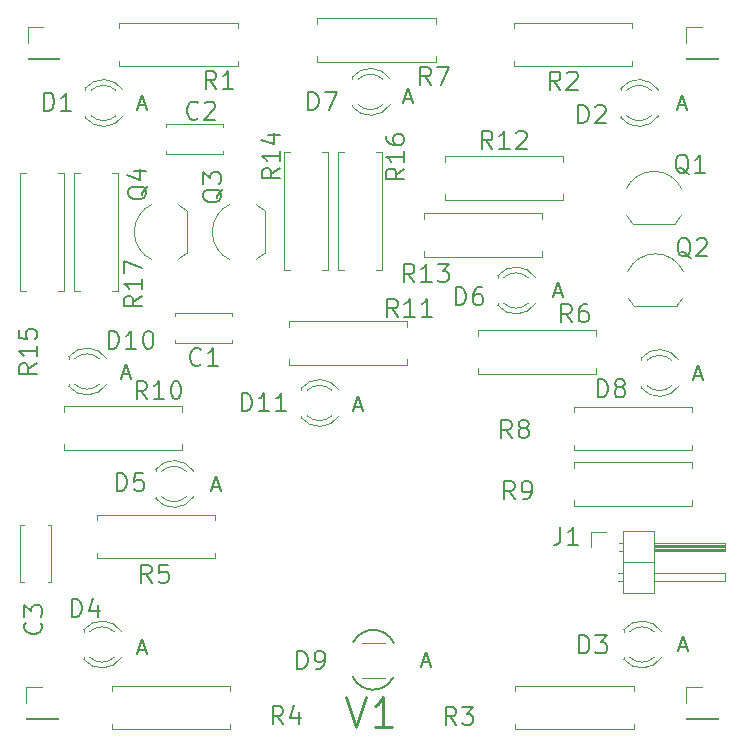
<source format=gbr>
G04 #@! TF.GenerationSoftware,KiCad,Pcbnew,(5.0.1)-4*
G04 #@! TF.CreationDate,2019-02-28T18:49:44-05:00*
G04 #@! TF.ProjectId,km-skillz-badge-kit,6B6D2D736B696C6C7A2D62616467652D,rev?*
G04 #@! TF.SameCoordinates,Original*
G04 #@! TF.FileFunction,Legend,Top*
G04 #@! TF.FilePolarity,Positive*
%FSLAX46Y46*%
G04 Gerber Fmt 4.6, Leading zero omitted, Abs format (unit mm)*
G04 Created by KiCad (PCBNEW (5.0.1)-4) date 2/28/2019 6:49:44 PM*
%MOMM*%
%LPD*%
G01*
G04 APERTURE LIST*
%ADD10C,0.127000*%
%ADD11C,0.254000*%
%ADD12C,0.200000*%
%ADD13C,0.120000*%
%ADD14C,0.203200*%
G04 APERTURE END LIST*
D10*
X154675719Y-108326766D02*
X155280480Y-108326766D01*
X154554766Y-108689623D02*
X154978100Y-107419623D01*
X155401433Y-108689623D01*
X165839019Y-77059366D02*
X166443780Y-77059366D01*
X165718066Y-77422223D02*
X166141400Y-76152223D01*
X166564733Y-77422223D01*
X148922619Y-86660566D02*
X149527380Y-86660566D01*
X148801666Y-87023423D02*
X149225000Y-85753423D01*
X149648333Y-87023423D01*
X153126319Y-60612866D02*
X153731080Y-60612866D01*
X153005366Y-60975723D02*
X153428700Y-59705723D01*
X153852033Y-60975723D01*
X129250319Y-83930066D02*
X129855080Y-83930066D01*
X129129366Y-84292923D02*
X129552700Y-83022923D01*
X129976033Y-84292923D01*
X177650019Y-84082466D02*
X178254780Y-84082466D01*
X177529066Y-84445323D02*
X177952400Y-83175323D01*
X178375733Y-84445323D01*
X176380019Y-106993266D02*
X176984780Y-106993266D01*
X176259066Y-107356123D02*
X176682400Y-106086123D01*
X177105733Y-107356123D01*
X176303819Y-61171666D02*
X176908580Y-61171666D01*
X176182866Y-61534523D02*
X176606200Y-60264523D01*
X177029533Y-61534523D01*
X130609219Y-61171666D02*
X131213980Y-61171666D01*
X130488266Y-61534523D02*
X130911600Y-60264523D01*
X131334933Y-61534523D01*
X136832219Y-93480466D02*
X137436980Y-93480466D01*
X136711266Y-93843323D02*
X137134600Y-92573323D01*
X137557933Y-93843323D01*
X130609219Y-107247266D02*
X131213980Y-107247266D01*
X130488266Y-107610123D02*
X130911600Y-106340123D01*
X131334933Y-107610123D01*
D11*
X148184809Y-111258047D02*
X149031476Y-113798047D01*
X149878142Y-111258047D01*
X152055285Y-113798047D02*
X150603857Y-113798047D01*
X151329571Y-113798047D02*
X151329571Y-111258047D01*
X151087666Y-111620904D01*
X150845761Y-111862809D01*
X150603857Y-111983761D01*
D12*
X152146000Y-109626400D02*
G75*
G02X148736764Y-109536642I-1682037J902557D01*
G01*
X148793200Y-106578400D02*
G75*
G02X152202436Y-106668158I1682037J-902557D01*
G01*
D13*
G04 #@! TO.C,J1*
X168910000Y-97282000D02*
X170180000Y-97282000D01*
X168910000Y-98552000D02*
X168910000Y-97282000D01*
X171222929Y-101472000D02*
X171620000Y-101472000D01*
X171222929Y-100712000D02*
X171620000Y-100712000D01*
X180280000Y-101472000D02*
X174280000Y-101472000D01*
X180280000Y-100712000D02*
X180280000Y-101472000D01*
X174280000Y-100712000D02*
X180280000Y-100712000D01*
X171620000Y-99822000D02*
X174280000Y-99822000D01*
X171290000Y-98932000D02*
X171620000Y-98932000D01*
X171290000Y-98172000D02*
X171620000Y-98172000D01*
X174280000Y-98832000D02*
X180280000Y-98832000D01*
X174280000Y-98712000D02*
X180280000Y-98712000D01*
X174280000Y-98592000D02*
X180280000Y-98592000D01*
X174280000Y-98472000D02*
X180280000Y-98472000D01*
X174280000Y-98352000D02*
X180280000Y-98352000D01*
X174280000Y-98232000D02*
X180280000Y-98232000D01*
X180280000Y-98932000D02*
X174280000Y-98932000D01*
X180280000Y-98172000D02*
X180280000Y-98932000D01*
X174280000Y-98172000D02*
X180280000Y-98172000D01*
X174280000Y-97222000D02*
X171620000Y-97222000D01*
X174280000Y-102422000D02*
X174280000Y-97222000D01*
X171620000Y-102422000D02*
X174280000Y-102422000D01*
X171620000Y-97222000D02*
X171620000Y-102422000D01*
G04 #@! TO.C,D4*
X129180335Y-105728392D02*
G75*
G03X125948000Y-105571484I-1672335J-1078608D01*
G01*
X129180335Y-107885608D02*
G75*
G02X125948000Y-108042516I-1672335J1078608D01*
G01*
X128549130Y-105727163D02*
G75*
G03X126467039Y-105727000I-1041130J-1079837D01*
G01*
X128549130Y-107886837D02*
G75*
G02X126467039Y-107887000I-1041130J1079837D01*
G01*
X125948000Y-105571000D02*
X125948000Y-105727000D01*
X125948000Y-107887000D02*
X125948000Y-108043000D01*
G04 #@! TO.C,D3*
X171668000Y-107887000D02*
X171668000Y-108043000D01*
X171668000Y-105571000D02*
X171668000Y-105727000D01*
X174269130Y-107886837D02*
G75*
G02X172187039Y-107887000I-1041130J1079837D01*
G01*
X174269130Y-105727163D02*
G75*
G03X172187039Y-105727000I-1041130J-1079837D01*
G01*
X174900335Y-107885608D02*
G75*
G02X171668000Y-108042516I-1672335J1078608D01*
G01*
X174900335Y-105728392D02*
G75*
G03X171668000Y-105571484I-1672335J-1078608D01*
G01*
G04 #@! TO.C,D1*
X129307335Y-59881392D02*
G75*
G03X126075000Y-59724484I-1672335J-1078608D01*
G01*
X129307335Y-62038608D02*
G75*
G02X126075000Y-62195516I-1672335J1078608D01*
G01*
X128676130Y-59880163D02*
G75*
G03X126594039Y-59880000I-1041130J-1079837D01*
G01*
X128676130Y-62039837D02*
G75*
G02X126594039Y-62040000I-1041130J1079837D01*
G01*
X126075000Y-59724000D02*
X126075000Y-59880000D01*
X126075000Y-62040000D02*
X126075000Y-62196000D01*
G04 #@! TO.C,D2*
X174646335Y-59881392D02*
G75*
G03X171414000Y-59724484I-1672335J-1078608D01*
G01*
X174646335Y-62038608D02*
G75*
G02X171414000Y-62195516I-1672335J1078608D01*
G01*
X174015130Y-59880163D02*
G75*
G03X171933039Y-59880000I-1041130J-1079837D01*
G01*
X174015130Y-62039837D02*
G75*
G02X171933039Y-62040000I-1041130J1079837D01*
G01*
X171414000Y-59724000D02*
X171414000Y-59880000D01*
X171414000Y-62040000D02*
X171414000Y-62196000D01*
G04 #@! TO.C,D5*
X132044000Y-94298000D02*
X132044000Y-94454000D01*
X132044000Y-91982000D02*
X132044000Y-92138000D01*
X134645130Y-94297837D02*
G75*
G02X132563039Y-94298000I-1041130J1079837D01*
G01*
X134645130Y-92138163D02*
G75*
G03X132563039Y-92138000I-1041130J-1079837D01*
G01*
X135276335Y-94296608D02*
G75*
G02X132044000Y-94453516I-1672335J1078608D01*
G01*
X135276335Y-92139392D02*
G75*
G03X132044000Y-91982484I-1672335J-1078608D01*
G01*
G04 #@! TO.C,D6*
X161000000Y-77915000D02*
X161000000Y-78071000D01*
X161000000Y-75599000D02*
X161000000Y-75755000D01*
X163601130Y-77914837D02*
G75*
G02X161519039Y-77915000I-1041130J1079837D01*
G01*
X163601130Y-75755163D02*
G75*
G03X161519039Y-75755000I-1041130J-1079837D01*
G01*
X164232335Y-77913608D02*
G75*
G02X161000000Y-78070516I-1672335J1078608D01*
G01*
X164232335Y-75756392D02*
G75*
G03X161000000Y-75599484I-1672335J-1078608D01*
G01*
G04 #@! TO.C,D7*
X148681000Y-61100200D02*
X148681000Y-61256200D01*
X148681000Y-58784200D02*
X148681000Y-58940200D01*
X151282130Y-61100037D02*
G75*
G02X149200039Y-61100200I-1041130J1079837D01*
G01*
X151282130Y-58940363D02*
G75*
G03X149200039Y-58940200I-1041130J-1079837D01*
G01*
X151913335Y-61098808D02*
G75*
G02X148681000Y-61255716I-1672335J1078608D01*
G01*
X151913335Y-58941592D02*
G75*
G03X148681000Y-58784684I-1672335J-1078608D01*
G01*
G04 #@! TO.C,D8*
X176373535Y-82741392D02*
G75*
G03X173141200Y-82584484I-1672335J-1078608D01*
G01*
X176373535Y-84898608D02*
G75*
G02X173141200Y-85055516I-1672335J1078608D01*
G01*
X175742330Y-82740163D02*
G75*
G03X173660239Y-82740000I-1041130J-1079837D01*
G01*
X175742330Y-84899837D02*
G75*
G02X173660239Y-84900000I-1041130J1079837D01*
G01*
X173141200Y-82584000D02*
X173141200Y-82740000D01*
X173141200Y-84900000D02*
X173141200Y-85056000D01*
G04 #@! TO.C,D10*
X127910335Y-82614392D02*
G75*
G03X124678000Y-82457484I-1672335J-1078608D01*
G01*
X127910335Y-84771608D02*
G75*
G02X124678000Y-84928516I-1672335J1078608D01*
G01*
X127279130Y-82613163D02*
G75*
G03X125197039Y-82613000I-1041130J-1079837D01*
G01*
X127279130Y-84772837D02*
G75*
G02X125197039Y-84773000I-1041130J1079837D01*
G01*
X124678000Y-82457000D02*
X124678000Y-82613000D01*
X124678000Y-84773000D02*
X124678000Y-84929000D01*
G04 #@! TO.C,D11*
X144363000Y-87440000D02*
X144363000Y-87596000D01*
X144363000Y-85124000D02*
X144363000Y-85280000D01*
X146964130Y-87439837D02*
G75*
G02X144882039Y-87440000I-1041130J1079837D01*
G01*
X146964130Y-85280163D02*
G75*
G03X144882039Y-85280000I-1041130J-1079837D01*
G01*
X147595335Y-87438608D02*
G75*
G02X144363000Y-87595516I-1672335J1078608D01*
G01*
X147595335Y-85281392D02*
G75*
G03X144363000Y-85124484I-1672335J-1078608D01*
G01*
G04 #@! TO.C,Q1*
X172444000Y-71192000D02*
X176044000Y-71192000D01*
X171919816Y-70464795D02*
G75*
G03X172444000Y-71192000I2324184J1122795D01*
G01*
X171887600Y-68243193D02*
G75*
G02X174244000Y-66742000I2356400J-1098807D01*
G01*
X176600400Y-68243193D02*
G75*
G03X174244000Y-66742000I-2356400J-1098807D01*
G01*
X176568184Y-70464795D02*
G75*
G02X176044000Y-71192000I-2324184J1122795D01*
G01*
G04 #@! TO.C,Q2*
X176695184Y-77449795D02*
G75*
G02X176171000Y-78177000I-2324184J1122795D01*
G01*
X176727400Y-75228193D02*
G75*
G03X174371000Y-73727000I-2356400J-1098807D01*
G01*
X172014600Y-75228193D02*
G75*
G02X174371000Y-73727000I2356400J-1098807D01*
G01*
X172046816Y-77449795D02*
G75*
G03X172571000Y-78177000I2324184J1122795D01*
G01*
X172571000Y-78177000D02*
X176171000Y-78177000D01*
G04 #@! TO.C,Q3*
X140568795Y-69557816D02*
G75*
G02X141296000Y-70082000I-1122795J-2324184D01*
G01*
X138347193Y-69525600D02*
G75*
G03X136846000Y-71882000I1098807J-2356400D01*
G01*
X138347193Y-74238400D02*
G75*
G02X136846000Y-71882000I1098807J2356400D01*
G01*
X140568795Y-74206184D02*
G75*
G03X141296000Y-73682000I-1122795J2324184D01*
G01*
X141296000Y-73682000D02*
X141296000Y-70082000D01*
G04 #@! TO.C,Q4*
X134692000Y-73682000D02*
X134692000Y-70082000D01*
X133964795Y-74206184D02*
G75*
G03X134692000Y-73682000I-1122795J2324184D01*
G01*
X131743193Y-74238400D02*
G75*
G02X130242000Y-71882000I1098807J2356400D01*
G01*
X131743193Y-69525600D02*
G75*
G03X130242000Y-71882000I1098807J-2356400D01*
G01*
X133964795Y-69557816D02*
G75*
G02X134692000Y-70082000I-1122795J-2324184D01*
G01*
G04 #@! TO.C,C1*
X133694000Y-79014000D02*
X133694000Y-78700000D01*
X133694000Y-81320000D02*
X133694000Y-81006000D01*
X138514000Y-79014000D02*
X138514000Y-78700000D01*
X138514000Y-81320000D02*
X138514000Y-81006000D01*
X138514000Y-78700000D02*
X133694000Y-78700000D01*
X138514000Y-81320000D02*
X133694000Y-81320000D01*
G04 #@! TO.C,C2*
X132932000Y-63012000D02*
X132932000Y-62698000D01*
X132932000Y-65318000D02*
X132932000Y-65004000D01*
X137752000Y-63012000D02*
X137752000Y-62698000D01*
X137752000Y-65318000D02*
X137752000Y-65004000D01*
X137752000Y-62698000D02*
X132932000Y-62698000D01*
X137752000Y-65318000D02*
X132932000Y-65318000D01*
G04 #@! TO.C,C3*
X122916000Y-96690000D02*
X123230000Y-96690000D01*
X120610000Y-96690000D02*
X120924000Y-96690000D01*
X122916000Y-101510000D02*
X123230000Y-101510000D01*
X120610000Y-101510000D02*
X120924000Y-101510000D01*
X123230000Y-101510000D02*
X123230000Y-96690000D01*
X120610000Y-101510000D02*
X120610000Y-96690000D01*
G04 #@! TO.C,MTH1*
X176978000Y-54550000D02*
X178308000Y-54550000D01*
X176978000Y-55880000D02*
X176978000Y-54550000D01*
X176978000Y-57150000D02*
X179638000Y-57150000D01*
X179638000Y-57150000D02*
X179638000Y-57210000D01*
X176978000Y-57150000D02*
X176978000Y-57210000D01*
X176978000Y-57210000D02*
X179638000Y-57210000D01*
G04 #@! TO.C,MTH2*
X121225000Y-57210000D02*
X123885000Y-57210000D01*
X121225000Y-57150000D02*
X121225000Y-57210000D01*
X123885000Y-57150000D02*
X123885000Y-57210000D01*
X121225000Y-57150000D02*
X123885000Y-57150000D01*
X121225000Y-55880000D02*
X121225000Y-54550000D01*
X121225000Y-54550000D02*
X122555000Y-54550000D01*
G04 #@! TO.C,MTH3*
X121098000Y-110430000D02*
X122428000Y-110430000D01*
X121098000Y-111760000D02*
X121098000Y-110430000D01*
X121098000Y-113030000D02*
X123758000Y-113030000D01*
X123758000Y-113030000D02*
X123758000Y-113090000D01*
X121098000Y-113030000D02*
X121098000Y-113090000D01*
X121098000Y-113090000D02*
X123758000Y-113090000D01*
G04 #@! TO.C,MTH4*
X176978000Y-113090000D02*
X179638000Y-113090000D01*
X176978000Y-113030000D02*
X176978000Y-113090000D01*
X179638000Y-113030000D02*
X179638000Y-113090000D01*
X176978000Y-113030000D02*
X179638000Y-113030000D01*
X176978000Y-111760000D02*
X176978000Y-110430000D01*
X176978000Y-110430000D02*
X178308000Y-110430000D01*
G04 #@! TO.C,R1*
X138995000Y-57387000D02*
X138995000Y-57867000D01*
X138995000Y-57867000D02*
X128975000Y-57867000D01*
X128975000Y-57867000D02*
X128975000Y-57387000D01*
X138995000Y-54627000D02*
X138995000Y-54147000D01*
X138995000Y-54147000D02*
X128975000Y-54147000D01*
X128975000Y-54147000D02*
X128975000Y-54627000D01*
G04 #@! TO.C,R2*
X172396000Y-57867000D02*
X172396000Y-57387000D01*
X162376000Y-57867000D02*
X172396000Y-57867000D01*
X162376000Y-57387000D02*
X162376000Y-57867000D01*
X172396000Y-54147000D02*
X172396000Y-54627000D01*
X162376000Y-54147000D02*
X172396000Y-54147000D01*
X162376000Y-54627000D02*
X162376000Y-54147000D01*
G04 #@! TO.C,R3*
X172523000Y-113521000D02*
X172523000Y-114001000D01*
X172523000Y-114001000D02*
X162503000Y-114001000D01*
X162503000Y-114001000D02*
X162503000Y-113521000D01*
X172523000Y-110761000D02*
X172523000Y-110281000D01*
X172523000Y-110281000D02*
X162503000Y-110281000D01*
X162503000Y-110281000D02*
X162503000Y-110761000D01*
G04 #@! TO.C,R4*
X128340000Y-110281000D02*
X128340000Y-110761000D01*
X138360000Y-110281000D02*
X128340000Y-110281000D01*
X138360000Y-110761000D02*
X138360000Y-110281000D01*
X128340000Y-114001000D02*
X128340000Y-113521000D01*
X138360000Y-114001000D02*
X128340000Y-114001000D01*
X138360000Y-113521000D02*
X138360000Y-114001000D01*
G04 #@! TO.C,R5*
X127070000Y-96283000D02*
X127070000Y-95803000D01*
X127070000Y-95803000D02*
X137090000Y-95803000D01*
X137090000Y-95803000D02*
X137090000Y-96283000D01*
X127070000Y-99043000D02*
X127070000Y-99523000D01*
X127070000Y-99523000D02*
X137090000Y-99523000D01*
X137090000Y-99523000D02*
X137090000Y-99043000D01*
G04 #@! TO.C,R6*
X169348000Y-83902000D02*
X169348000Y-83422000D01*
X159328000Y-83902000D02*
X169348000Y-83902000D01*
X159328000Y-83422000D02*
X159328000Y-83902000D01*
X169348000Y-80182000D02*
X169348000Y-80662000D01*
X159328000Y-80182000D02*
X169348000Y-80182000D01*
X159328000Y-80662000D02*
X159328000Y-80182000D01*
G04 #@! TO.C,R7*
X145739000Y-54246000D02*
X145739000Y-53766000D01*
X145739000Y-53766000D02*
X155759000Y-53766000D01*
X155759000Y-53766000D02*
X155759000Y-54246000D01*
X145739000Y-57006000D02*
X145739000Y-57486000D01*
X145739000Y-57486000D02*
X155759000Y-57486000D01*
X155759000Y-57486000D02*
X155759000Y-57006000D01*
G04 #@! TO.C,R8*
X177476000Y-90379000D02*
X177476000Y-89899000D01*
X167456000Y-90379000D02*
X177476000Y-90379000D01*
X167456000Y-89899000D02*
X167456000Y-90379000D01*
X177476000Y-86659000D02*
X177476000Y-87139000D01*
X167456000Y-86659000D02*
X177476000Y-86659000D01*
X167456000Y-87139000D02*
X167456000Y-86659000D01*
G04 #@! TO.C,R9*
X177476000Y-94598000D02*
X177476000Y-95078000D01*
X177476000Y-95078000D02*
X167456000Y-95078000D01*
X167456000Y-95078000D02*
X167456000Y-94598000D01*
X177476000Y-91838000D02*
X177476000Y-91358000D01*
X177476000Y-91358000D02*
X167456000Y-91358000D01*
X167456000Y-91358000D02*
X167456000Y-91838000D01*
G04 #@! TO.C,R10*
X134296000Y-90328200D02*
X134296000Y-89848200D01*
X124276000Y-90328200D02*
X134296000Y-90328200D01*
X124276000Y-89848200D02*
X124276000Y-90328200D01*
X134296000Y-86608200D02*
X134296000Y-87088200D01*
X124276000Y-86608200D02*
X134296000Y-86608200D01*
X124276000Y-87088200D02*
X124276000Y-86608200D01*
G04 #@! TO.C,R11*
X143326000Y-79900000D02*
X143326000Y-79420000D01*
X143326000Y-79420000D02*
X153346000Y-79420000D01*
X153346000Y-79420000D02*
X153346000Y-79900000D01*
X143326000Y-82660000D02*
X143326000Y-83140000D01*
X143326000Y-83140000D02*
X153346000Y-83140000D01*
X153346000Y-83140000D02*
X153346000Y-82660000D01*
G04 #@! TO.C,R12*
X156534000Y-65930000D02*
X156534000Y-65450000D01*
X156534000Y-65450000D02*
X166554000Y-65450000D01*
X166554000Y-65450000D02*
X166554000Y-65930000D01*
X156534000Y-68690000D02*
X156534000Y-69170000D01*
X156534000Y-69170000D02*
X166554000Y-69170000D01*
X166554000Y-69170000D02*
X166554000Y-68690000D01*
G04 #@! TO.C,R13*
X154756000Y-70276000D02*
X154756000Y-70756000D01*
X164776000Y-70276000D02*
X154756000Y-70276000D01*
X164776000Y-70756000D02*
X164776000Y-70276000D01*
X154756000Y-73996000D02*
X154756000Y-73516000D01*
X164776000Y-73996000D02*
X154756000Y-73996000D01*
X164776000Y-73516000D02*
X164776000Y-73996000D01*
G04 #@! TO.C,R14*
X146640000Y-65094000D02*
X146160000Y-65094000D01*
X146640000Y-75114000D02*
X146640000Y-65094000D01*
X146160000Y-75114000D02*
X146640000Y-75114000D01*
X142920000Y-65094000D02*
X143400000Y-65094000D01*
X142920000Y-75114000D02*
X142920000Y-65094000D01*
X143400000Y-75114000D02*
X142920000Y-75114000D01*
G04 #@! TO.C,R15*
X124288000Y-66872000D02*
X123808000Y-66872000D01*
X124288000Y-76892000D02*
X124288000Y-66872000D01*
X123808000Y-76892000D02*
X124288000Y-76892000D01*
X120568000Y-66872000D02*
X121048000Y-66872000D01*
X120568000Y-76892000D02*
X120568000Y-66872000D01*
X121048000Y-76892000D02*
X120568000Y-76892000D01*
G04 #@! TO.C,R16*
X147972000Y-75114000D02*
X147492000Y-75114000D01*
X147492000Y-75114000D02*
X147492000Y-65094000D01*
X147492000Y-65094000D02*
X147972000Y-65094000D01*
X150732000Y-75114000D02*
X151212000Y-75114000D01*
X151212000Y-75114000D02*
X151212000Y-65094000D01*
X151212000Y-65094000D02*
X150732000Y-65094000D01*
G04 #@! TO.C,R17*
X128860000Y-66872000D02*
X128380000Y-66872000D01*
X128860000Y-76892000D02*
X128860000Y-66872000D01*
X128380000Y-76892000D02*
X128860000Y-76892000D01*
X125140000Y-66872000D02*
X125620000Y-66872000D01*
X125140000Y-76892000D02*
X125140000Y-66872000D01*
X125620000Y-76892000D02*
X125140000Y-76892000D01*
G04 #@! TO.C,D9*
X149501600Y-106673200D02*
X151501600Y-106673200D01*
X151501600Y-109633200D02*
X149501600Y-109633200D01*
G04 #@! TO.C,J1*
D14*
X166319200Y-96853828D02*
X166319200Y-97942400D01*
X166246628Y-98160114D01*
X166101485Y-98305257D01*
X165883771Y-98377828D01*
X165738628Y-98377828D01*
X167843200Y-98377828D02*
X166972342Y-98377828D01*
X167407771Y-98377828D02*
X167407771Y-96853828D01*
X167262628Y-97071542D01*
X167117485Y-97216685D01*
X166972342Y-97289257D01*
G04 #@! TO.C,D4*
X124960742Y-104473828D02*
X124960742Y-102949828D01*
X125323600Y-102949828D01*
X125541314Y-103022400D01*
X125686457Y-103167542D01*
X125759028Y-103312685D01*
X125831600Y-103602971D01*
X125831600Y-103820685D01*
X125759028Y-104110971D01*
X125686457Y-104256114D01*
X125541314Y-104401257D01*
X125323600Y-104473828D01*
X124960742Y-104473828D01*
X127137885Y-103457828D02*
X127137885Y-104473828D01*
X126775028Y-102877257D02*
X126412171Y-103965828D01*
X127355600Y-103965828D01*
G04 #@! TO.C,D3*
X167912142Y-107559928D02*
X167912142Y-106035928D01*
X168275000Y-106035928D01*
X168492714Y-106108500D01*
X168637857Y-106253642D01*
X168710428Y-106398785D01*
X168783000Y-106689071D01*
X168783000Y-106906785D01*
X168710428Y-107197071D01*
X168637857Y-107342214D01*
X168492714Y-107487357D01*
X168275000Y-107559928D01*
X167912142Y-107559928D01*
X169291000Y-106035928D02*
X170234428Y-106035928D01*
X169726428Y-106616500D01*
X169944142Y-106616500D01*
X170089285Y-106689071D01*
X170161857Y-106761642D01*
X170234428Y-106906785D01*
X170234428Y-107269642D01*
X170161857Y-107414785D01*
X170089285Y-107487357D01*
X169944142Y-107559928D01*
X169508714Y-107559928D01*
X169363571Y-107487357D01*
X169291000Y-107414785D01*
G04 #@! TO.C,D1*
X122598542Y-61598628D02*
X122598542Y-60074628D01*
X122961400Y-60074628D01*
X123179114Y-60147200D01*
X123324257Y-60292342D01*
X123396828Y-60437485D01*
X123469400Y-60727771D01*
X123469400Y-60945485D01*
X123396828Y-61235771D01*
X123324257Y-61380914D01*
X123179114Y-61526057D01*
X122961400Y-61598628D01*
X122598542Y-61598628D01*
X124920828Y-61598628D02*
X124049971Y-61598628D01*
X124485400Y-61598628D02*
X124485400Y-60074628D01*
X124340257Y-60292342D01*
X124195114Y-60437485D01*
X124049971Y-60510057D01*
G04 #@! TO.C,D2*
X167835942Y-62665428D02*
X167835942Y-61141428D01*
X168198800Y-61141428D01*
X168416514Y-61214000D01*
X168561657Y-61359142D01*
X168634228Y-61504285D01*
X168706800Y-61794571D01*
X168706800Y-62012285D01*
X168634228Y-62302571D01*
X168561657Y-62447714D01*
X168416514Y-62592857D01*
X168198800Y-62665428D01*
X167835942Y-62665428D01*
X169287371Y-61286571D02*
X169359942Y-61214000D01*
X169505085Y-61141428D01*
X169867942Y-61141428D01*
X170013085Y-61214000D01*
X170085657Y-61286571D01*
X170158228Y-61431714D01*
X170158228Y-61576857D01*
X170085657Y-61794571D01*
X169214800Y-62665428D01*
X170158228Y-62665428D01*
G04 #@! TO.C,D5*
X128770742Y-93805828D02*
X128770742Y-92281828D01*
X129133600Y-92281828D01*
X129351314Y-92354400D01*
X129496457Y-92499542D01*
X129569028Y-92644685D01*
X129641600Y-92934971D01*
X129641600Y-93152685D01*
X129569028Y-93442971D01*
X129496457Y-93588114D01*
X129351314Y-93733257D01*
X129133600Y-93805828D01*
X128770742Y-93805828D01*
X131020457Y-92281828D02*
X130294742Y-92281828D01*
X130222171Y-93007542D01*
X130294742Y-92934971D01*
X130439885Y-92862400D01*
X130802742Y-92862400D01*
X130947885Y-92934971D01*
X131020457Y-93007542D01*
X131093028Y-93152685D01*
X131093028Y-93515542D01*
X131020457Y-93660685D01*
X130947885Y-93733257D01*
X130802742Y-93805828D01*
X130439885Y-93805828D01*
X130294742Y-93733257D01*
X130222171Y-93660685D01*
G04 #@! TO.C,D6*
X157472742Y-78083228D02*
X157472742Y-76559228D01*
X157835600Y-76559228D01*
X158053314Y-76631800D01*
X158198457Y-76776942D01*
X158271028Y-76922085D01*
X158343600Y-77212371D01*
X158343600Y-77430085D01*
X158271028Y-77720371D01*
X158198457Y-77865514D01*
X158053314Y-78010657D01*
X157835600Y-78083228D01*
X157472742Y-78083228D01*
X159649885Y-76559228D02*
X159359600Y-76559228D01*
X159214457Y-76631800D01*
X159141885Y-76704371D01*
X158996742Y-76922085D01*
X158924171Y-77212371D01*
X158924171Y-77792942D01*
X158996742Y-77938085D01*
X159069314Y-78010657D01*
X159214457Y-78083228D01*
X159504742Y-78083228D01*
X159649885Y-78010657D01*
X159722457Y-77938085D01*
X159795028Y-77792942D01*
X159795028Y-77430085D01*
X159722457Y-77284942D01*
X159649885Y-77212371D01*
X159504742Y-77139800D01*
X159214457Y-77139800D01*
X159069314Y-77212371D01*
X158996742Y-77284942D01*
X158924171Y-77430085D01*
G04 #@! TO.C,D7*
X144975942Y-61547828D02*
X144975942Y-60023828D01*
X145338800Y-60023828D01*
X145556514Y-60096400D01*
X145701657Y-60241542D01*
X145774228Y-60386685D01*
X145846800Y-60676971D01*
X145846800Y-60894685D01*
X145774228Y-61184971D01*
X145701657Y-61330114D01*
X145556514Y-61475257D01*
X145338800Y-61547828D01*
X144975942Y-61547828D01*
X146354800Y-60023828D02*
X147370800Y-60023828D01*
X146717657Y-61547828D01*
G04 #@! TO.C,D8*
X169474242Y-85893728D02*
X169474242Y-84369728D01*
X169837100Y-84369728D01*
X170054814Y-84442300D01*
X170199957Y-84587442D01*
X170272528Y-84732585D01*
X170345100Y-85022871D01*
X170345100Y-85240585D01*
X170272528Y-85530871D01*
X170199957Y-85676014D01*
X170054814Y-85821157D01*
X169837100Y-85893728D01*
X169474242Y-85893728D01*
X171215957Y-85022871D02*
X171070814Y-84950300D01*
X170998242Y-84877728D01*
X170925671Y-84732585D01*
X170925671Y-84660014D01*
X170998242Y-84514871D01*
X171070814Y-84442300D01*
X171215957Y-84369728D01*
X171506242Y-84369728D01*
X171651385Y-84442300D01*
X171723957Y-84514871D01*
X171796528Y-84660014D01*
X171796528Y-84732585D01*
X171723957Y-84877728D01*
X171651385Y-84950300D01*
X171506242Y-85022871D01*
X171215957Y-85022871D01*
X171070814Y-85095442D01*
X170998242Y-85168014D01*
X170925671Y-85313157D01*
X170925671Y-85603442D01*
X170998242Y-85748585D01*
X171070814Y-85821157D01*
X171215957Y-85893728D01*
X171506242Y-85893728D01*
X171651385Y-85821157D01*
X171723957Y-85748585D01*
X171796528Y-85603442D01*
X171796528Y-85313157D01*
X171723957Y-85168014D01*
X171651385Y-85095442D01*
X171506242Y-85022871D01*
G04 #@! TO.C,D10*
X128095828Y-81766228D02*
X128095828Y-80242228D01*
X128458685Y-80242228D01*
X128676400Y-80314800D01*
X128821542Y-80459942D01*
X128894114Y-80605085D01*
X128966685Y-80895371D01*
X128966685Y-81113085D01*
X128894114Y-81403371D01*
X128821542Y-81548514D01*
X128676400Y-81693657D01*
X128458685Y-81766228D01*
X128095828Y-81766228D01*
X130418114Y-81766228D02*
X129547257Y-81766228D01*
X129982685Y-81766228D02*
X129982685Y-80242228D01*
X129837542Y-80459942D01*
X129692400Y-80605085D01*
X129547257Y-80677657D01*
X131361542Y-80242228D02*
X131506685Y-80242228D01*
X131651828Y-80314800D01*
X131724400Y-80387371D01*
X131796971Y-80532514D01*
X131869542Y-80822800D01*
X131869542Y-81185657D01*
X131796971Y-81475942D01*
X131724400Y-81621085D01*
X131651828Y-81693657D01*
X131506685Y-81766228D01*
X131361542Y-81766228D01*
X131216400Y-81693657D01*
X131143828Y-81621085D01*
X131071257Y-81475942D01*
X130998685Y-81185657D01*
X130998685Y-80822800D01*
X131071257Y-80532514D01*
X131143828Y-80387371D01*
X131216400Y-80314800D01*
X131361542Y-80242228D01*
G04 #@! TO.C,D11*
X139348028Y-87062128D02*
X139348028Y-85538128D01*
X139710885Y-85538128D01*
X139928600Y-85610700D01*
X140073742Y-85755842D01*
X140146314Y-85900985D01*
X140218885Y-86191271D01*
X140218885Y-86408985D01*
X140146314Y-86699271D01*
X140073742Y-86844414D01*
X139928600Y-86989557D01*
X139710885Y-87062128D01*
X139348028Y-87062128D01*
X141670314Y-87062128D02*
X140799457Y-87062128D01*
X141234885Y-87062128D02*
X141234885Y-85538128D01*
X141089742Y-85755842D01*
X140944600Y-85900985D01*
X140799457Y-85973557D01*
X143121742Y-87062128D02*
X142250885Y-87062128D01*
X142686314Y-87062128D02*
X142686314Y-85538128D01*
X142541171Y-85755842D01*
X142396028Y-85900985D01*
X142250885Y-85973557D01*
G04 #@! TO.C,Q1*
X177197657Y-67001571D02*
X177052514Y-66929000D01*
X176907371Y-66783857D01*
X176689657Y-66566142D01*
X176544514Y-66493571D01*
X176399371Y-66493571D01*
X176471942Y-66856428D02*
X176326800Y-66783857D01*
X176181657Y-66638714D01*
X176109085Y-66348428D01*
X176109085Y-65840428D01*
X176181657Y-65550142D01*
X176326800Y-65405000D01*
X176471942Y-65332428D01*
X176762228Y-65332428D01*
X176907371Y-65405000D01*
X177052514Y-65550142D01*
X177125085Y-65840428D01*
X177125085Y-66348428D01*
X177052514Y-66638714D01*
X176907371Y-66783857D01*
X176762228Y-66856428D01*
X176471942Y-66856428D01*
X178576514Y-66856428D02*
X177705657Y-66856428D01*
X178141085Y-66856428D02*
X178141085Y-65332428D01*
X177995942Y-65550142D01*
X177850800Y-65695285D01*
X177705657Y-65767857D01*
G04 #@! TO.C,Q2*
X177350057Y-74088171D02*
X177204914Y-74015600D01*
X177059771Y-73870457D01*
X176842057Y-73652742D01*
X176696914Y-73580171D01*
X176551771Y-73580171D01*
X176624342Y-73943028D02*
X176479200Y-73870457D01*
X176334057Y-73725314D01*
X176261485Y-73435028D01*
X176261485Y-72927028D01*
X176334057Y-72636742D01*
X176479200Y-72491600D01*
X176624342Y-72419028D01*
X176914628Y-72419028D01*
X177059771Y-72491600D01*
X177204914Y-72636742D01*
X177277485Y-72927028D01*
X177277485Y-73435028D01*
X177204914Y-73725314D01*
X177059771Y-73870457D01*
X176914628Y-73943028D01*
X176624342Y-73943028D01*
X177858057Y-72564171D02*
X177930628Y-72491600D01*
X178075771Y-72419028D01*
X178438628Y-72419028D01*
X178583771Y-72491600D01*
X178656342Y-72564171D01*
X178728914Y-72709314D01*
X178728914Y-72854457D01*
X178656342Y-73072171D01*
X177785485Y-73943028D01*
X178728914Y-73943028D01*
G04 #@! TO.C,Q3*
X137740571Y-68217142D02*
X137668000Y-68362285D01*
X137522857Y-68507428D01*
X137305142Y-68725142D01*
X137232571Y-68870285D01*
X137232571Y-69015428D01*
X137595428Y-68942857D02*
X137522857Y-69088000D01*
X137377714Y-69233142D01*
X137087428Y-69305714D01*
X136579428Y-69305714D01*
X136289142Y-69233142D01*
X136144000Y-69088000D01*
X136071428Y-68942857D01*
X136071428Y-68652571D01*
X136144000Y-68507428D01*
X136289142Y-68362285D01*
X136579428Y-68289714D01*
X137087428Y-68289714D01*
X137377714Y-68362285D01*
X137522857Y-68507428D01*
X137595428Y-68652571D01*
X137595428Y-68942857D01*
X136071428Y-67781714D02*
X136071428Y-66838285D01*
X136652000Y-67346285D01*
X136652000Y-67128571D01*
X136724571Y-66983428D01*
X136797142Y-66910857D01*
X136942285Y-66838285D01*
X137305142Y-66838285D01*
X137450285Y-66910857D01*
X137522857Y-66983428D01*
X137595428Y-67128571D01*
X137595428Y-67564000D01*
X137522857Y-67709142D01*
X137450285Y-67781714D01*
G04 #@! TO.C,Q4*
X131390571Y-67963142D02*
X131318000Y-68108285D01*
X131172857Y-68253428D01*
X130955142Y-68471142D01*
X130882571Y-68616285D01*
X130882571Y-68761428D01*
X131245428Y-68688857D02*
X131172857Y-68834000D01*
X131027714Y-68979142D01*
X130737428Y-69051714D01*
X130229428Y-69051714D01*
X129939142Y-68979142D01*
X129794000Y-68834000D01*
X129721428Y-68688857D01*
X129721428Y-68398571D01*
X129794000Y-68253428D01*
X129939142Y-68108285D01*
X130229428Y-68035714D01*
X130737428Y-68035714D01*
X131027714Y-68108285D01*
X131172857Y-68253428D01*
X131245428Y-68398571D01*
X131245428Y-68688857D01*
X130229428Y-66729428D02*
X131245428Y-66729428D01*
X129648857Y-67092285D02*
X130737428Y-67455142D01*
X130737428Y-66511714D01*
G04 #@! TO.C,C1*
X135890000Y-83094285D02*
X135817428Y-83166857D01*
X135599714Y-83239428D01*
X135454571Y-83239428D01*
X135236857Y-83166857D01*
X135091714Y-83021714D01*
X135019142Y-82876571D01*
X134946571Y-82586285D01*
X134946571Y-82368571D01*
X135019142Y-82078285D01*
X135091714Y-81933142D01*
X135236857Y-81788000D01*
X135454571Y-81715428D01*
X135599714Y-81715428D01*
X135817428Y-81788000D01*
X135890000Y-81860571D01*
X137341428Y-83239428D02*
X136470571Y-83239428D01*
X136906000Y-83239428D02*
X136906000Y-81715428D01*
X136760857Y-81933142D01*
X136615714Y-82078285D01*
X136470571Y-82150857D01*
G04 #@! TO.C,C2*
X135636000Y-62215485D02*
X135563428Y-62288057D01*
X135345714Y-62360628D01*
X135200571Y-62360628D01*
X134982857Y-62288057D01*
X134837714Y-62142914D01*
X134765142Y-61997771D01*
X134692571Y-61707485D01*
X134692571Y-61489771D01*
X134765142Y-61199485D01*
X134837714Y-61054342D01*
X134982857Y-60909200D01*
X135200571Y-60836628D01*
X135345714Y-60836628D01*
X135563428Y-60909200D01*
X135636000Y-60981771D01*
X136216571Y-60981771D02*
X136289142Y-60909200D01*
X136434285Y-60836628D01*
X136797142Y-60836628D01*
X136942285Y-60909200D01*
X137014857Y-60981771D01*
X137087428Y-61126914D01*
X137087428Y-61272057D01*
X137014857Y-61489771D01*
X136144000Y-62360628D01*
X137087428Y-62360628D01*
G04 #@! TO.C,C3*
X122311885Y-104952800D02*
X122384457Y-105025371D01*
X122457028Y-105243085D01*
X122457028Y-105388228D01*
X122384457Y-105605942D01*
X122239314Y-105751085D01*
X122094171Y-105823657D01*
X121803885Y-105896228D01*
X121586171Y-105896228D01*
X121295885Y-105823657D01*
X121150742Y-105751085D01*
X121005600Y-105605942D01*
X120933028Y-105388228D01*
X120933028Y-105243085D01*
X121005600Y-105025371D01*
X121078171Y-104952800D01*
X120933028Y-104444800D02*
X120933028Y-103501371D01*
X121513600Y-104009371D01*
X121513600Y-103791657D01*
X121586171Y-103646514D01*
X121658742Y-103573942D01*
X121803885Y-103501371D01*
X122166742Y-103501371D01*
X122311885Y-103573942D01*
X122384457Y-103646514D01*
X122457028Y-103791657D01*
X122457028Y-104227085D01*
X122384457Y-104372228D01*
X122311885Y-104444800D01*
G04 #@! TO.C,R1*
X137160000Y-59769828D02*
X136652000Y-59044114D01*
X136289142Y-59769828D02*
X136289142Y-58245828D01*
X136869714Y-58245828D01*
X137014857Y-58318400D01*
X137087428Y-58390971D01*
X137160000Y-58536114D01*
X137160000Y-58753828D01*
X137087428Y-58898971D01*
X137014857Y-58971542D01*
X136869714Y-59044114D01*
X136289142Y-59044114D01*
X138611428Y-59769828D02*
X137740571Y-59769828D01*
X138176000Y-59769828D02*
X138176000Y-58245828D01*
X138030857Y-58463542D01*
X137885714Y-58608685D01*
X137740571Y-58681257D01*
G04 #@! TO.C,R2*
X166319200Y-59820628D02*
X165811200Y-59094914D01*
X165448342Y-59820628D02*
X165448342Y-58296628D01*
X166028914Y-58296628D01*
X166174057Y-58369200D01*
X166246628Y-58441771D01*
X166319200Y-58586914D01*
X166319200Y-58804628D01*
X166246628Y-58949771D01*
X166174057Y-59022342D01*
X166028914Y-59094914D01*
X165448342Y-59094914D01*
X166899771Y-58441771D02*
X166972342Y-58369200D01*
X167117485Y-58296628D01*
X167480342Y-58296628D01*
X167625485Y-58369200D01*
X167698057Y-58441771D01*
X167770628Y-58586914D01*
X167770628Y-58732057D01*
X167698057Y-58949771D01*
X166827200Y-59820628D01*
X167770628Y-59820628D01*
G04 #@! TO.C,R3*
X157480000Y-113617828D02*
X156972000Y-112892114D01*
X156609142Y-113617828D02*
X156609142Y-112093828D01*
X157189714Y-112093828D01*
X157334857Y-112166400D01*
X157407428Y-112238971D01*
X157480000Y-112384114D01*
X157480000Y-112601828D01*
X157407428Y-112746971D01*
X157334857Y-112819542D01*
X157189714Y-112892114D01*
X156609142Y-112892114D01*
X157988000Y-112093828D02*
X158931428Y-112093828D01*
X158423428Y-112674400D01*
X158641142Y-112674400D01*
X158786285Y-112746971D01*
X158858857Y-112819542D01*
X158931428Y-112964685D01*
X158931428Y-113327542D01*
X158858857Y-113472685D01*
X158786285Y-113545257D01*
X158641142Y-113617828D01*
X158205714Y-113617828D01*
X158060571Y-113545257D01*
X157988000Y-113472685D01*
G04 #@! TO.C,R4*
X142849600Y-113567028D02*
X142341600Y-112841314D01*
X141978742Y-113567028D02*
X141978742Y-112043028D01*
X142559314Y-112043028D01*
X142704457Y-112115600D01*
X142777028Y-112188171D01*
X142849600Y-112333314D01*
X142849600Y-112551028D01*
X142777028Y-112696171D01*
X142704457Y-112768742D01*
X142559314Y-112841314D01*
X141978742Y-112841314D01*
X144155885Y-112551028D02*
X144155885Y-113567028D01*
X143793028Y-111970457D02*
X143430171Y-113059028D01*
X144373600Y-113059028D01*
G04 #@! TO.C,R5*
X131724400Y-101578228D02*
X131216400Y-100852514D01*
X130853542Y-101578228D02*
X130853542Y-100054228D01*
X131434114Y-100054228D01*
X131579257Y-100126800D01*
X131651828Y-100199371D01*
X131724400Y-100344514D01*
X131724400Y-100562228D01*
X131651828Y-100707371D01*
X131579257Y-100779942D01*
X131434114Y-100852514D01*
X130853542Y-100852514D01*
X133103257Y-100054228D02*
X132377542Y-100054228D01*
X132304971Y-100779942D01*
X132377542Y-100707371D01*
X132522685Y-100634800D01*
X132885542Y-100634800D01*
X133030685Y-100707371D01*
X133103257Y-100779942D01*
X133175828Y-100925085D01*
X133175828Y-101287942D01*
X133103257Y-101433085D01*
X133030685Y-101505657D01*
X132885542Y-101578228D01*
X132522685Y-101578228D01*
X132377542Y-101505657D01*
X132304971Y-101433085D01*
G04 #@! TO.C,R6*
X167284400Y-79531028D02*
X166776400Y-78805314D01*
X166413542Y-79531028D02*
X166413542Y-78007028D01*
X166994114Y-78007028D01*
X167139257Y-78079600D01*
X167211828Y-78152171D01*
X167284400Y-78297314D01*
X167284400Y-78515028D01*
X167211828Y-78660171D01*
X167139257Y-78732742D01*
X166994114Y-78805314D01*
X166413542Y-78805314D01*
X168590685Y-78007028D02*
X168300400Y-78007028D01*
X168155257Y-78079600D01*
X168082685Y-78152171D01*
X167937542Y-78369885D01*
X167864971Y-78660171D01*
X167864971Y-79240742D01*
X167937542Y-79385885D01*
X168010114Y-79458457D01*
X168155257Y-79531028D01*
X168445542Y-79531028D01*
X168590685Y-79458457D01*
X168663257Y-79385885D01*
X168735828Y-79240742D01*
X168735828Y-78877885D01*
X168663257Y-78732742D01*
X168590685Y-78660171D01*
X168445542Y-78587600D01*
X168155257Y-78587600D01*
X168010114Y-78660171D01*
X167937542Y-78732742D01*
X167864971Y-78877885D01*
G04 #@! TO.C,R7*
X155346400Y-59439628D02*
X154838400Y-58713914D01*
X154475542Y-59439628D02*
X154475542Y-57915628D01*
X155056114Y-57915628D01*
X155201257Y-57988200D01*
X155273828Y-58060771D01*
X155346400Y-58205914D01*
X155346400Y-58423628D01*
X155273828Y-58568771D01*
X155201257Y-58641342D01*
X155056114Y-58713914D01*
X154475542Y-58713914D01*
X155854400Y-57915628D02*
X156870400Y-57915628D01*
X156217257Y-59439628D01*
G04 #@! TO.C,R8*
X162204400Y-89335428D02*
X161696400Y-88609714D01*
X161333542Y-89335428D02*
X161333542Y-87811428D01*
X161914114Y-87811428D01*
X162059257Y-87884000D01*
X162131828Y-87956571D01*
X162204400Y-88101714D01*
X162204400Y-88319428D01*
X162131828Y-88464571D01*
X162059257Y-88537142D01*
X161914114Y-88609714D01*
X161333542Y-88609714D01*
X163075257Y-88464571D02*
X162930114Y-88392000D01*
X162857542Y-88319428D01*
X162784971Y-88174285D01*
X162784971Y-88101714D01*
X162857542Y-87956571D01*
X162930114Y-87884000D01*
X163075257Y-87811428D01*
X163365542Y-87811428D01*
X163510685Y-87884000D01*
X163583257Y-87956571D01*
X163655828Y-88101714D01*
X163655828Y-88174285D01*
X163583257Y-88319428D01*
X163510685Y-88392000D01*
X163365542Y-88464571D01*
X163075257Y-88464571D01*
X162930114Y-88537142D01*
X162857542Y-88609714D01*
X162784971Y-88754857D01*
X162784971Y-89045142D01*
X162857542Y-89190285D01*
X162930114Y-89262857D01*
X163075257Y-89335428D01*
X163365542Y-89335428D01*
X163510685Y-89262857D01*
X163583257Y-89190285D01*
X163655828Y-89045142D01*
X163655828Y-88754857D01*
X163583257Y-88609714D01*
X163510685Y-88537142D01*
X163365542Y-88464571D01*
G04 #@! TO.C,R9*
X162458400Y-94517028D02*
X161950400Y-93791314D01*
X161587542Y-94517028D02*
X161587542Y-92993028D01*
X162168114Y-92993028D01*
X162313257Y-93065600D01*
X162385828Y-93138171D01*
X162458400Y-93283314D01*
X162458400Y-93501028D01*
X162385828Y-93646171D01*
X162313257Y-93718742D01*
X162168114Y-93791314D01*
X161587542Y-93791314D01*
X163184114Y-94517028D02*
X163474400Y-94517028D01*
X163619542Y-94444457D01*
X163692114Y-94371885D01*
X163837257Y-94154171D01*
X163909828Y-93863885D01*
X163909828Y-93283314D01*
X163837257Y-93138171D01*
X163764685Y-93065600D01*
X163619542Y-92993028D01*
X163329257Y-92993028D01*
X163184114Y-93065600D01*
X163111542Y-93138171D01*
X163038971Y-93283314D01*
X163038971Y-93646171D01*
X163111542Y-93791314D01*
X163184114Y-93863885D01*
X163329257Y-93936457D01*
X163619542Y-93936457D01*
X163764685Y-93863885D01*
X163837257Y-93791314D01*
X163909828Y-93646171D01*
G04 #@! TO.C,R10*
X131303485Y-86033428D02*
X130795485Y-85307714D01*
X130432628Y-86033428D02*
X130432628Y-84509428D01*
X131013200Y-84509428D01*
X131158342Y-84582000D01*
X131230914Y-84654571D01*
X131303485Y-84799714D01*
X131303485Y-85017428D01*
X131230914Y-85162571D01*
X131158342Y-85235142D01*
X131013200Y-85307714D01*
X130432628Y-85307714D01*
X132754914Y-86033428D02*
X131884057Y-86033428D01*
X132319485Y-86033428D02*
X132319485Y-84509428D01*
X132174342Y-84727142D01*
X132029200Y-84872285D01*
X131884057Y-84944857D01*
X133698342Y-84509428D02*
X133843485Y-84509428D01*
X133988628Y-84582000D01*
X134061200Y-84654571D01*
X134133771Y-84799714D01*
X134206342Y-85090000D01*
X134206342Y-85452857D01*
X134133771Y-85743142D01*
X134061200Y-85888285D01*
X133988628Y-85960857D01*
X133843485Y-86033428D01*
X133698342Y-86033428D01*
X133553200Y-85960857D01*
X133480628Y-85888285D01*
X133408057Y-85743142D01*
X133335485Y-85452857D01*
X133335485Y-85090000D01*
X133408057Y-84799714D01*
X133480628Y-84654571D01*
X133553200Y-84582000D01*
X133698342Y-84509428D01*
G04 #@! TO.C,R11*
X152537885Y-79073828D02*
X152029885Y-78348114D01*
X151667028Y-79073828D02*
X151667028Y-77549828D01*
X152247600Y-77549828D01*
X152392742Y-77622400D01*
X152465314Y-77694971D01*
X152537885Y-77840114D01*
X152537885Y-78057828D01*
X152465314Y-78202971D01*
X152392742Y-78275542D01*
X152247600Y-78348114D01*
X151667028Y-78348114D01*
X153989314Y-79073828D02*
X153118457Y-79073828D01*
X153553885Y-79073828D02*
X153553885Y-77549828D01*
X153408742Y-77767542D01*
X153263600Y-77912685D01*
X153118457Y-77985257D01*
X155440742Y-79073828D02*
X154569885Y-79073828D01*
X155005314Y-79073828D02*
X155005314Y-77549828D01*
X154860171Y-77767542D01*
X154715028Y-77912685D01*
X154569885Y-77985257D01*
G04 #@! TO.C,R12*
X160564285Y-64849828D02*
X160056285Y-64124114D01*
X159693428Y-64849828D02*
X159693428Y-63325828D01*
X160274000Y-63325828D01*
X160419142Y-63398400D01*
X160491714Y-63470971D01*
X160564285Y-63616114D01*
X160564285Y-63833828D01*
X160491714Y-63978971D01*
X160419142Y-64051542D01*
X160274000Y-64124114D01*
X159693428Y-64124114D01*
X162015714Y-64849828D02*
X161144857Y-64849828D01*
X161580285Y-64849828D02*
X161580285Y-63325828D01*
X161435142Y-63543542D01*
X161290000Y-63688685D01*
X161144857Y-63761257D01*
X162596285Y-63470971D02*
X162668857Y-63398400D01*
X162814000Y-63325828D01*
X163176857Y-63325828D01*
X163322000Y-63398400D01*
X163394571Y-63470971D01*
X163467142Y-63616114D01*
X163467142Y-63761257D01*
X163394571Y-63978971D01*
X162523714Y-64849828D01*
X163467142Y-64849828D01*
G04 #@! TO.C,R13*
X153960285Y-76127428D02*
X153452285Y-75401714D01*
X153089428Y-76127428D02*
X153089428Y-74603428D01*
X153670000Y-74603428D01*
X153815142Y-74676000D01*
X153887714Y-74748571D01*
X153960285Y-74893714D01*
X153960285Y-75111428D01*
X153887714Y-75256571D01*
X153815142Y-75329142D01*
X153670000Y-75401714D01*
X153089428Y-75401714D01*
X155411714Y-76127428D02*
X154540857Y-76127428D01*
X154976285Y-76127428D02*
X154976285Y-74603428D01*
X154831142Y-74821142D01*
X154686000Y-74966285D01*
X154540857Y-75038857D01*
X155919714Y-74603428D02*
X156863142Y-74603428D01*
X156355142Y-75184000D01*
X156572857Y-75184000D01*
X156718000Y-75256571D01*
X156790571Y-75329142D01*
X156863142Y-75474285D01*
X156863142Y-75837142D01*
X156790571Y-75982285D01*
X156718000Y-76054857D01*
X156572857Y-76127428D01*
X156137428Y-76127428D01*
X155992285Y-76054857D01*
X155919714Y-75982285D01*
G04 #@! TO.C,R14*
X142573828Y-66460914D02*
X141848114Y-66968914D01*
X142573828Y-67331771D02*
X141049828Y-67331771D01*
X141049828Y-66751200D01*
X141122400Y-66606057D01*
X141194971Y-66533485D01*
X141340114Y-66460914D01*
X141557828Y-66460914D01*
X141702971Y-66533485D01*
X141775542Y-66606057D01*
X141848114Y-66751200D01*
X141848114Y-67331771D01*
X142573828Y-65009485D02*
X142573828Y-65880342D01*
X142573828Y-65444914D02*
X141049828Y-65444914D01*
X141267542Y-65590057D01*
X141412685Y-65735200D01*
X141485257Y-65880342D01*
X141557828Y-63703200D02*
X142573828Y-63703200D01*
X140977257Y-64066057D02*
X142065828Y-64428914D01*
X142065828Y-63485485D01*
G04 #@! TO.C,R15*
X121999828Y-82996314D02*
X121274114Y-83504314D01*
X121999828Y-83867171D02*
X120475828Y-83867171D01*
X120475828Y-83286600D01*
X120548400Y-83141457D01*
X120620971Y-83068885D01*
X120766114Y-82996314D01*
X120983828Y-82996314D01*
X121128971Y-83068885D01*
X121201542Y-83141457D01*
X121274114Y-83286600D01*
X121274114Y-83867171D01*
X121999828Y-81544885D02*
X121999828Y-82415742D01*
X121999828Y-81980314D02*
X120475828Y-81980314D01*
X120693542Y-82125457D01*
X120838685Y-82270600D01*
X120911257Y-82415742D01*
X120475828Y-80166028D02*
X120475828Y-80891742D01*
X121201542Y-80964314D01*
X121128971Y-80891742D01*
X121056400Y-80746600D01*
X121056400Y-80383742D01*
X121128971Y-80238600D01*
X121201542Y-80166028D01*
X121346685Y-80093457D01*
X121709542Y-80093457D01*
X121854685Y-80166028D01*
X121927257Y-80238600D01*
X121999828Y-80383742D01*
X121999828Y-80746600D01*
X121927257Y-80891742D01*
X121854685Y-80964314D01*
G04 #@! TO.C,R16*
X153089428Y-66511714D02*
X152363714Y-67019714D01*
X153089428Y-67382571D02*
X151565428Y-67382571D01*
X151565428Y-66802000D01*
X151638000Y-66656857D01*
X151710571Y-66584285D01*
X151855714Y-66511714D01*
X152073428Y-66511714D01*
X152218571Y-66584285D01*
X152291142Y-66656857D01*
X152363714Y-66802000D01*
X152363714Y-67382571D01*
X153089428Y-65060285D02*
X153089428Y-65931142D01*
X153089428Y-65495714D02*
X151565428Y-65495714D01*
X151783142Y-65640857D01*
X151928285Y-65786000D01*
X152000857Y-65931142D01*
X151565428Y-63754000D02*
X151565428Y-64044285D01*
X151638000Y-64189428D01*
X151710571Y-64262000D01*
X151928285Y-64407142D01*
X152218571Y-64479714D01*
X152799142Y-64479714D01*
X152944285Y-64407142D01*
X153016857Y-64334571D01*
X153089428Y-64189428D01*
X153089428Y-63899142D01*
X153016857Y-63754000D01*
X152944285Y-63681428D01*
X152799142Y-63608857D01*
X152436285Y-63608857D01*
X152291142Y-63681428D01*
X152218571Y-63754000D01*
X152146000Y-63899142D01*
X152146000Y-64189428D01*
X152218571Y-64334571D01*
X152291142Y-64407142D01*
X152436285Y-64479714D01*
G04 #@! TO.C,R17*
X130889828Y-77281314D02*
X130164114Y-77789314D01*
X130889828Y-78152171D02*
X129365828Y-78152171D01*
X129365828Y-77571600D01*
X129438400Y-77426457D01*
X129510971Y-77353885D01*
X129656114Y-77281314D01*
X129873828Y-77281314D01*
X130018971Y-77353885D01*
X130091542Y-77426457D01*
X130164114Y-77571600D01*
X130164114Y-78152171D01*
X130889828Y-75829885D02*
X130889828Y-76700742D01*
X130889828Y-76265314D02*
X129365828Y-76265314D01*
X129583542Y-76410457D01*
X129728685Y-76555600D01*
X129801257Y-76700742D01*
X129365828Y-75321885D02*
X129365828Y-74305885D01*
X130889828Y-74959028D01*
G04 #@! TO.C,D9*
X144061542Y-108880728D02*
X144061542Y-107356728D01*
X144424400Y-107356728D01*
X144642114Y-107429300D01*
X144787257Y-107574442D01*
X144859828Y-107719585D01*
X144932400Y-108009871D01*
X144932400Y-108227585D01*
X144859828Y-108517871D01*
X144787257Y-108663014D01*
X144642114Y-108808157D01*
X144424400Y-108880728D01*
X144061542Y-108880728D01*
X145658114Y-108880728D02*
X145948400Y-108880728D01*
X146093542Y-108808157D01*
X146166114Y-108735585D01*
X146311257Y-108517871D01*
X146383828Y-108227585D01*
X146383828Y-107647014D01*
X146311257Y-107501871D01*
X146238685Y-107429300D01*
X146093542Y-107356728D01*
X145803257Y-107356728D01*
X145658114Y-107429300D01*
X145585542Y-107501871D01*
X145512971Y-107647014D01*
X145512971Y-108009871D01*
X145585542Y-108155014D01*
X145658114Y-108227585D01*
X145803257Y-108300157D01*
X146093542Y-108300157D01*
X146238685Y-108227585D01*
X146311257Y-108155014D01*
X146383828Y-108009871D01*
G04 #@! TD*
M02*

</source>
